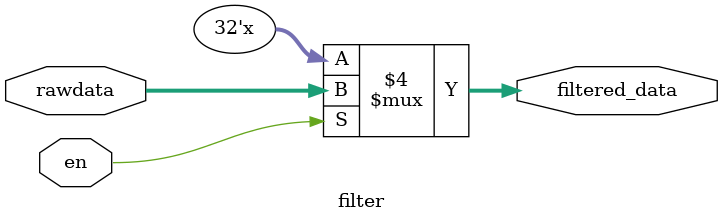
<source format=v>
`timescale 1ns / 1ps
module filter
  (
    input                 en,
    input [31:0]          rawdata,
    output reg [31:0]     filtered_data
  );     
always@(en)
if(en == 1)
    begin
       filtered_data = rawdata;
    end
 else 
    begin
       filtered_data = 32'bz;
    end
endmodule

</source>
